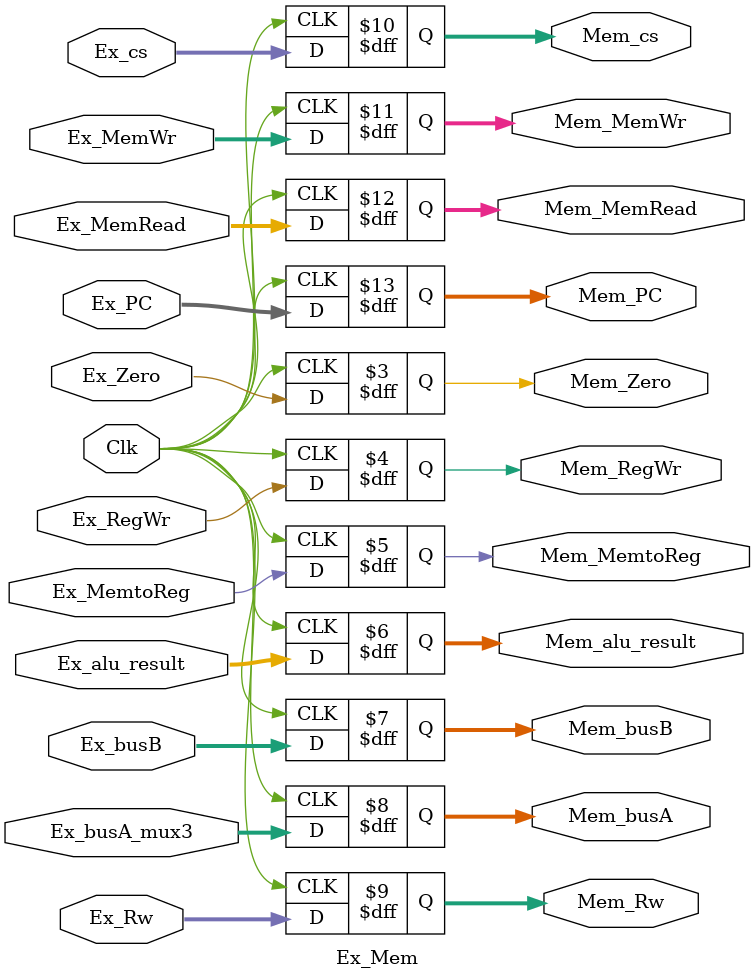
<source format=v>
module Ex_Mem(Clk, Ex_Zero, Ex_alu_result, Ex_busB, Ex_Rw,Ex_RegWr, Ex_MemWr, Ex_MemtoReg,
			  Mem_Zero, Mem_alu_result, Mem_busB, Mem_Rw, Mem_RegWr, Mem_MemWr, Mem_MemtoReg,
			  Ex_MemRead, Mem_MemRead, Ex_busA_mux3, Mem_busA, Ex_cs, Ex_PC, Mem_cs, Mem_PC);

	input Clk, Ex_Zero, Ex_RegWr, Ex_MemtoReg;
	input[31:0] Ex_alu_result, Ex_busB, Ex_busA_mux3;
	input[4:0] Ex_Rw, Ex_cs;       
	input[1:0] Ex_MemWr, Ex_MemRead;
	input[31:2] Ex_PC;

	output reg Mem_Zero, Mem_RegWr, Mem_MemtoReg;
	output reg[31:0] Mem_alu_result, Mem_busB, Mem_busA;
	output reg[4:0] Mem_Rw, Mem_cs;
	output reg[1:0] Mem_MemWr, Mem_MemRead;
 	output reg[31:2] Mem_PC;

	initial 
	begin
		{Mem_Zero, Mem_alu_result, Mem_busB, Mem_Rw, Mem_RegWr, Mem_MemWr, Mem_MemtoReg,
		Mem_MemRead, Mem_busA, Mem_cs, Mem_PC}
		<= 151'b0;
	end

	always@(posedge Clk)
	begin
		{Mem_alu_result, Mem_busB, Mem_Rw, Mem_Zero, Mem_RegWr, Mem_MemWr, Mem_MemtoReg,
		Mem_MemRead, Mem_busA, Mem_cs, Mem_PC}
		<=
		{Ex_alu_result, Ex_busB, Ex_Rw, Ex_Zero, Ex_RegWr, Ex_MemWr, Ex_MemtoReg,
		Ex_MemRead, Ex_busA_mux3, Ex_cs,Ex_PC};
	end

endmodule
</source>
